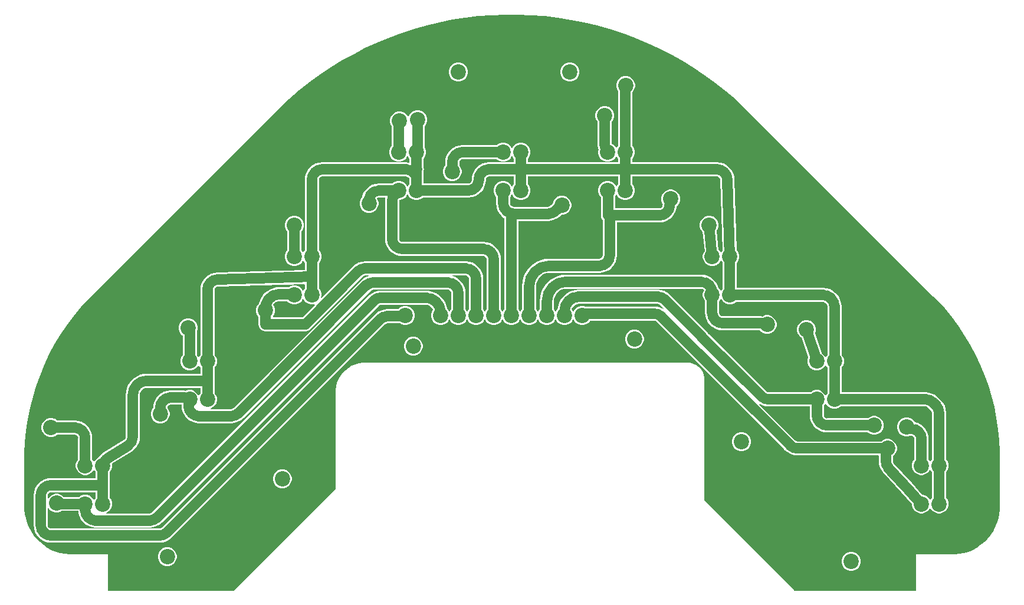
<source format=gtl>
G04*
G04 #@! TF.GenerationSoftware,Altium Limited,Altium Designer,24.5.2 (23)*
G04*
G04 Layer_Physical_Order=1*
G04 Layer_Color=255*
%FSLAX44Y44*%
%MOMM*%
G71*
G04*
G04 #@! TF.SameCoordinates,CAD91DF5-0FED-4089-A871-48339FE40D7C*
G04*
G04*
G04 #@! TF.FilePolarity,Positive*
G04*
G01*
G75*
%ADD10C,1.5000*%
%ADD11C,2.0320*%
%ADD12C,2.2000*%
G04:AMPARAMS|DCode=13|XSize=2.2mm|YSize=2.2mm|CornerRadius=0.55mm|HoleSize=0mm|Usage=FLASHONLY|Rotation=270.000|XOffset=0mm|YOffset=0mm|HoleType=Round|Shape=RoundedRectangle|*
%AMROUNDEDRECTD13*
21,1,2.2000,1.1000,0,0,270.0*
21,1,1.1000,2.2000,0,0,270.0*
1,1,1.1000,-0.5500,-0.5500*
1,1,1.1000,-0.5500,0.5500*
1,1,1.1000,0.5500,0.5500*
1,1,1.1000,0.5500,-0.5500*
%
%ADD13ROUNDEDRECTD13*%
G36*
X607374Y1274331D02*
X626386Y1272835D01*
X645326Y1270593D01*
X664163Y1267610D01*
X682868Y1263889D01*
X701413Y1259437D01*
X719768Y1254260D01*
X737906Y1248367D01*
X755799Y1241766D01*
X773419Y1234467D01*
X790739Y1226483D01*
X807732Y1217825D01*
X824372Y1208506D01*
X840633Y1198541D01*
X856491Y1187945D01*
X871920Y1176735D01*
X886897Y1164928D01*
X901399Y1152542D01*
X915404Y1139596D01*
X922147Y1132853D01*
X1184679Y870321D01*
X1184679Y870321D01*
X1190328Y864672D01*
X1201059Y852833D01*
X1211195Y840481D01*
X1220714Y827647D01*
X1229591Y814361D01*
X1237806Y800656D01*
X1245338Y786564D01*
X1252170Y772120D01*
X1258284Y757357D01*
X1263667Y742313D01*
X1268306Y727022D01*
X1272188Y711523D01*
X1275305Y695851D01*
X1277650Y680046D01*
X1279216Y664144D01*
X1280000Y648185D01*
X1280000Y640195D01*
X1280000Y568000D01*
X1280000Y568000D01*
X1280000Y564659D01*
X1279345Y558010D01*
X1278042Y551457D01*
X1276102Y545064D01*
X1273545Y538891D01*
X1270396Y532999D01*
X1266684Y527444D01*
X1262445Y522279D01*
X1257721Y517555D01*
X1252556Y513316D01*
X1247001Y509604D01*
X1241109Y506455D01*
X1234936Y503898D01*
X1228543Y501958D01*
X1221990Y500655D01*
X1215341Y500000D01*
X1212000Y500000D01*
X1160000D01*
Y448000D01*
X985830D01*
X855980Y577850D01*
X855980Y752021D01*
X855980D01*
X855980Y752021D01*
X855869Y754273D01*
X854990Y758691D01*
X853267Y762853D01*
X850764Y766599D01*
X847579Y769784D01*
X843833Y772287D01*
X839672Y774010D01*
X835254Y774889D01*
X833001Y775000D01*
X368600Y775000D01*
Y775000D01*
X365839Y774910D01*
X360365Y774189D01*
X355032Y772760D01*
X349931Y770647D01*
X345149Y767886D01*
X340769Y764525D01*
X336865Y760621D01*
X333504Y756241D01*
X330743Y751459D01*
X328630Y746358D01*
X327201Y741025D01*
X326480Y735551D01*
X326390Y732790D01*
X326390Y594360D01*
X180030Y448000D01*
X0D01*
Y500000D01*
X-52000D01*
X-55341Y500000D01*
X-61990Y500655D01*
X-68543Y501958D01*
X-74936Y503898D01*
X-81109Y506455D01*
X-87001Y509604D01*
X-92556Y513316D01*
X-97721Y517555D01*
X-102445Y522279D01*
X-106684Y527444D01*
X-110396Y532999D01*
X-113546Y538891D01*
X-116102Y545064D01*
X-118042Y551457D01*
X-119345Y558010D01*
X-120000Y564659D01*
X-120000Y568000D01*
Y636681D01*
X-120000Y644879D01*
X-119196Y661254D01*
X-117589Y677570D01*
X-115183Y693788D01*
X-111985Y709868D01*
X-108001Y725772D01*
X-103242Y741461D01*
X-97718Y756898D01*
X-91444Y772045D01*
X-84434Y786866D01*
X-76706Y801325D01*
X-68277Y815387D01*
X-59168Y829019D01*
X-49402Y842188D01*
X-39001Y854862D01*
X-27991Y867009D01*
X-22194Y872806D01*
X239577Y1134577D01*
X246238Y1141238D01*
X260073Y1154027D01*
X274400Y1166263D01*
X289195Y1177927D01*
X304438Y1189001D01*
X320103Y1199469D01*
X336167Y1209313D01*
X352605Y1218519D01*
X369392Y1227072D01*
X386502Y1234960D01*
X403908Y1242170D01*
X421584Y1248691D01*
X439502Y1254513D01*
X457636Y1259627D01*
X475956Y1264025D01*
X494434Y1267701D01*
X513042Y1270648D01*
X531752Y1272862D01*
X550535Y1274340D01*
X569361Y1275080D01*
X578781Y1275080D01*
X588317Y1275080D01*
X607374Y1274331D01*
D02*
G37*
%LPC*%
G36*
X664850Y1206070D02*
X661284D01*
X657841Y1205147D01*
X654753Y1203365D01*
X652232Y1200844D01*
X650450Y1197756D01*
X649527Y1194313D01*
Y1190747D01*
X650450Y1187304D01*
X652232Y1184216D01*
X654753Y1181695D01*
X657841Y1179913D01*
X661284Y1178990D01*
X664850D01*
X668293Y1179913D01*
X671381Y1181695D01*
X673902Y1184216D01*
X675684Y1187304D01*
X676607Y1190747D01*
Y1194313D01*
X675684Y1197756D01*
X673902Y1200844D01*
X671381Y1203365D01*
X668293Y1205147D01*
X664850Y1206070D01*
D02*
G37*
G36*
X504576D02*
X501010D01*
X497567Y1205147D01*
X494479Y1203365D01*
X491958Y1200844D01*
X490176Y1197756D01*
X489253Y1194313D01*
Y1190747D01*
X490176Y1187304D01*
X491958Y1184216D01*
X494479Y1181695D01*
X497567Y1179913D01*
X501010Y1178990D01*
X504576D01*
X508019Y1179913D01*
X511107Y1181695D01*
X513628Y1184216D01*
X515410Y1187304D01*
X516333Y1190747D01*
Y1194313D01*
X515410Y1197756D01*
X513628Y1200844D01*
X511107Y1203365D01*
X508019Y1205147D01*
X504576Y1206070D01*
D02*
G37*
G36*
X744733Y1187020D02*
X741167D01*
X737724Y1186097D01*
X734636Y1184315D01*
X732115Y1181794D01*
X730333Y1178706D01*
X729410Y1175263D01*
Y1171697D01*
X730333Y1168254D01*
X732115Y1165166D01*
X732698Y1164583D01*
Y1086647D01*
X731865Y1085814D01*
X730577Y1083583D01*
X729423D01*
X728135Y1085814D01*
X725614Y1088335D01*
X723237Y1089707D01*
Y1121278D01*
X723945Y1121986D01*
X725727Y1125074D01*
X726650Y1128517D01*
Y1132083D01*
X725727Y1135526D01*
X723945Y1138614D01*
X721424Y1141135D01*
X718336Y1142917D01*
X714893Y1143840D01*
X711328D01*
X707884Y1142917D01*
X704796Y1141135D01*
X702275Y1138614D01*
X700493Y1135526D01*
X699570Y1132083D01*
Y1128517D01*
X700493Y1125074D01*
X702275Y1121986D01*
X702983Y1121278D01*
Y1087899D01*
X702949D01*
X703432Y1082990D01*
X704134Y1080678D01*
X703760Y1079283D01*
Y1075717D01*
X704683Y1072274D01*
X706465Y1069186D01*
X708986Y1066665D01*
X712074Y1064883D01*
X715517Y1063960D01*
X719082D01*
X722526Y1064883D01*
X725614Y1066665D01*
X728135Y1069186D01*
X729423Y1071417D01*
X730577D01*
X731865Y1069186D01*
X732573Y1068478D01*
Y1062957D01*
X602827D01*
Y1068478D01*
X603535Y1069186D01*
X605317Y1072274D01*
X606240Y1075717D01*
Y1079283D01*
X605317Y1082726D01*
X603535Y1085814D01*
X601014Y1088335D01*
X597926Y1090117D01*
X594483Y1091040D01*
X590917D01*
X587474Y1090117D01*
X584386Y1088335D01*
X581865Y1085814D01*
X580577Y1083583D01*
X579423D01*
X578135Y1085814D01*
X575614Y1088335D01*
X572526Y1090117D01*
X569083Y1091040D01*
X565517D01*
X562074Y1090117D01*
X558986Y1088335D01*
X558278Y1087627D01*
X509030D01*
Y1087661D01*
X504121Y1087178D01*
X499401Y1085746D01*
X495051Y1083421D01*
X491238Y1080292D01*
X488109Y1076479D01*
X485784Y1072129D01*
X484352Y1067409D01*
X483869Y1062500D01*
X483903D01*
Y1058682D01*
X483195Y1057974D01*
X481413Y1054886D01*
X480490Y1051443D01*
Y1047878D01*
X481413Y1044434D01*
X483195Y1041346D01*
X485716Y1038825D01*
X488804Y1037043D01*
X492247Y1036120D01*
X495813D01*
X499256Y1037043D01*
X502344Y1038825D01*
X504865Y1041346D01*
X506647Y1044434D01*
X507570Y1047878D01*
Y1051443D01*
X506647Y1054886D01*
X504865Y1057974D01*
X504157Y1058682D01*
Y1062500D01*
X504135Y1062664D01*
X504477Y1064386D01*
X505546Y1065984D01*
X507144Y1067053D01*
X508866Y1067395D01*
X509030Y1067373D01*
X558278D01*
X558986Y1066665D01*
X562074Y1064883D01*
X565517Y1063960D01*
X569083D01*
X572526Y1064883D01*
X575614Y1066665D01*
X578135Y1069186D01*
X579423Y1071417D01*
X580577D01*
X581865Y1069186D01*
X582573Y1068478D01*
Y1062957D01*
X547130D01*
X547130Y1062991D01*
X546523Y1062939D01*
X546450Y1062924D01*
X546351Y1062915D01*
X546155Y1062895D01*
X546154Y1062895D01*
X542221Y1062508D01*
X537501Y1061076D01*
X533151Y1058751D01*
X529338Y1055622D01*
X526209Y1051809D01*
X523884Y1047459D01*
X522452Y1042739D01*
X521969Y1037830D01*
X521969D01*
X521928Y1036847D01*
X521683Y1035614D01*
X520614Y1034016D01*
X519016Y1032947D01*
X517294Y1032605D01*
X517130Y1032627D01*
X452827D01*
Y1049763D01*
X453012Y1050209D01*
X453357Y1052830D01*
X453012Y1055451D01*
X452827Y1055897D01*
Y1068478D01*
X453535Y1069186D01*
X455317Y1072274D01*
X456240Y1075717D01*
Y1079283D01*
X455317Y1082726D01*
X454597Y1083974D01*
X454661Y1084625D01*
X454627D01*
Y1114928D01*
X455335Y1115636D01*
X457117Y1118724D01*
X458040Y1122167D01*
Y1125733D01*
X457117Y1129176D01*
X455335Y1132264D01*
X452814Y1134785D01*
X449726Y1136567D01*
X446283Y1137490D01*
X442717D01*
X439274Y1136567D01*
X436186Y1134785D01*
X433665Y1132264D01*
X431883Y1129176D01*
X431761Y1128722D01*
X430688Y1128581D01*
X429295Y1130994D01*
X426774Y1133515D01*
X423686Y1135297D01*
X420243Y1136220D01*
X416677D01*
X413234Y1135297D01*
X410146Y1133515D01*
X407625Y1130994D01*
X405843Y1127906D01*
X404920Y1124463D01*
Y1120897D01*
X405843Y1117454D01*
X407173Y1115149D01*
Y1086522D01*
X406465Y1085814D01*
X404683Y1082726D01*
X403760Y1079283D01*
Y1075717D01*
X404683Y1072274D01*
X406465Y1069186D01*
X408986Y1066665D01*
X412074Y1064883D01*
X415517Y1063960D01*
X419083D01*
X422526Y1064883D01*
X425614Y1066665D01*
X428135Y1069186D01*
X429423Y1071417D01*
X430577D01*
X431865Y1069186D01*
X432573Y1068478D01*
Y1063256D01*
X431832Y1062584D01*
X427700Y1062991D01*
Y1062957D01*
X307700D01*
Y1062991D01*
X302791Y1062508D01*
X298071Y1061076D01*
X293721Y1058751D01*
X289908Y1055622D01*
X286779Y1051809D01*
X284454Y1047459D01*
X283022Y1042739D01*
X282539Y1037830D01*
X282573D01*
Y936522D01*
X281865Y935814D01*
X280577Y933583D01*
X279423D01*
X278135Y935814D01*
X277442Y936507D01*
Y963783D01*
X278165Y964506D01*
X279947Y967594D01*
X280870Y971037D01*
Y974603D01*
X279947Y978046D01*
X278165Y981134D01*
X275644Y983655D01*
X272556Y985437D01*
X269112Y986360D01*
X265547D01*
X262104Y985437D01*
X259016Y983655D01*
X256495Y981134D01*
X254713Y978046D01*
X253790Y974603D01*
Y971037D01*
X254713Y967594D01*
X256495Y964506D01*
X257188Y963813D01*
Y936537D01*
X256465Y935814D01*
X254683Y932726D01*
X253760Y929283D01*
Y925717D01*
X254683Y922274D01*
X256465Y919186D01*
X258986Y916665D01*
X262074Y914883D01*
X265517Y913960D01*
X269083D01*
X272526Y914883D01*
X275614Y916665D01*
X278135Y919186D01*
X279423Y921417D01*
X280577D01*
X281865Y919186D01*
X282573Y918478D01*
Y908422D01*
X156957Y904707D01*
X156521Y904637D01*
X152791Y904269D01*
X148071Y902838D01*
X143721Y900512D01*
X139908Y897383D01*
X136779Y893570D01*
X134454Y889220D01*
X133022Y884500D01*
X132539Y879592D01*
X132573D01*
Y786522D01*
X131865Y785814D01*
X130577Y783583D01*
X129423D01*
X128135Y785814D01*
X127427Y786522D01*
Y820065D01*
X127547Y820274D01*
X128470Y823717D01*
Y827283D01*
X127547Y830726D01*
X125765Y833814D01*
X123244Y836335D01*
X120156Y838117D01*
X116713Y839040D01*
X113147D01*
X109704Y838117D01*
X106616Y836335D01*
X104095Y833814D01*
X102313Y830726D01*
X101390Y827283D01*
Y823717D01*
X102313Y820274D01*
X104095Y817186D01*
X106616Y814665D01*
X107173Y814344D01*
Y786522D01*
X106465Y785814D01*
X104683Y782726D01*
X103760Y779283D01*
Y775717D01*
X104683Y772274D01*
X106465Y769186D01*
X108986Y766665D01*
X112074Y764883D01*
X115517Y763960D01*
X119083D01*
X122526Y764883D01*
X125614Y766665D01*
X128135Y769186D01*
X129423Y771417D01*
X130577D01*
X131865Y769186D01*
X132573Y768478D01*
Y759427D01*
X56880Y759426D01*
X55880Y759434D01*
Y759434D01*
X51116Y759059D01*
X46469Y757943D01*
X42054Y756114D01*
X37980Y753617D01*
X34346Y750514D01*
X31242Y746880D01*
X28745Y742806D01*
X26917Y738391D01*
X25801Y733744D01*
X25426Y728980D01*
X25433D01*
Y668808D01*
X25455Y668644D01*
X25113Y666922D01*
X24044Y665324D01*
X23115Y664703D01*
X23135Y664670D01*
X-5576Y646803D01*
X-5704Y646699D01*
X-6279Y646391D01*
X-10092Y643262D01*
X-12804Y639957D01*
X-15614Y638335D01*
X-18135Y635814D01*
X-19423Y633583D01*
X-20577D01*
X-21865Y635814D01*
X-22573Y636522D01*
Y666990D01*
X-22539D01*
X-23022Y671899D01*
X-24454Y676619D01*
X-26779Y680969D01*
X-29908Y684782D01*
X-33721Y687911D01*
X-38071Y690236D01*
X-42791Y691668D01*
X-47700Y692151D01*
Y692117D01*
X-72888D01*
X-73596Y692825D01*
X-76684Y694607D01*
X-80127Y695530D01*
X-83693D01*
X-87136Y694607D01*
X-90224Y692825D01*
X-92745Y690304D01*
X-94527Y687216D01*
X-95450Y683773D01*
Y680207D01*
X-94527Y676764D01*
X-92745Y673676D01*
X-90224Y671155D01*
X-87136Y669373D01*
X-83693Y668450D01*
X-80127D01*
X-76684Y669373D01*
X-73596Y671155D01*
X-72888Y671863D01*
X-47700D01*
X-47536Y671885D01*
X-45814Y671543D01*
X-44216Y670474D01*
X-43148Y668876D01*
X-42805Y667154D01*
X-42827Y666990D01*
Y636522D01*
X-43535Y635814D01*
X-45317Y632726D01*
X-46240Y629283D01*
Y625717D01*
X-45317Y622274D01*
X-43535Y619186D01*
X-41014Y616665D01*
X-37926Y614883D01*
X-34483Y613960D01*
X-30917D01*
X-27474Y614883D01*
X-24386Y616665D01*
X-21865Y619186D01*
X-20577Y621417D01*
X-19423D01*
X-18135Y619186D01*
X-17427Y618478D01*
Y609567D01*
X-81520D01*
Y609601D01*
X-86429Y609118D01*
X-91149Y607686D01*
X-95499Y605361D01*
X-99312Y602232D01*
X-102441Y598419D01*
X-104766Y594069D01*
X-106198Y589349D01*
X-106681Y584440D01*
X-106647D01*
Y542050D01*
X-106681D01*
X-106198Y537141D01*
X-104766Y532421D01*
X-102441Y528071D01*
X-99312Y524258D01*
X-95499Y521129D01*
X-91149Y518804D01*
X-86429Y517372D01*
X-81520Y516889D01*
Y516923D01*
X73797D01*
Y516889D01*
X78706Y517372D01*
X83426Y518804D01*
X87776Y521129D01*
X91567Y524241D01*
X91553Y524272D01*
X397625Y830344D01*
X397625Y830344D01*
Y830344D01*
X397722Y830470D01*
X399178Y831443D01*
X400899Y831785D01*
X401063Y831763D01*
X419587D01*
X421494Y830663D01*
X424937Y829740D01*
X428503D01*
X431946Y830663D01*
X435034Y832445D01*
X437555Y834966D01*
X439337Y838054D01*
X440260Y841497D01*
Y845063D01*
X439337Y848506D01*
X437555Y851594D01*
X435034Y854115D01*
X431946Y855897D01*
X428503Y856820D01*
X424937D01*
X421494Y855897D01*
X418406Y854115D01*
X416308Y852017D01*
X401063D01*
Y852051D01*
X396155Y851568D01*
X391434Y850136D01*
X387084Y847811D01*
X383286Y844694D01*
X383304Y844665D01*
X383304Y844665D01*
X77231Y538593D01*
X77136Y538469D01*
X75683Y537497D01*
X73961Y537155D01*
X73797Y537177D01*
X-81520D01*
X-81684Y537155D01*
X-83406Y537497D01*
X-85004Y538566D01*
X-86073Y540164D01*
X-86415Y541886D01*
X-86393Y542050D01*
Y566385D01*
X-85393Y566653D01*
X-84495Y565096D01*
X-81974Y562575D01*
X-78886Y560793D01*
X-75443Y559870D01*
X-71877D01*
X-68434Y560793D01*
X-65696Y562373D01*
X-42737D01*
X-42378Y558731D01*
X-40946Y554011D01*
X-38621Y549661D01*
X-35492Y545848D01*
X-31679Y542719D01*
X-27329Y540394D01*
X-22609Y538962D01*
X-17700Y538479D01*
Y538513D01*
X59827D01*
Y538479D01*
X64735Y538962D01*
X69456Y540394D01*
X73806Y542719D01*
X77597Y545831D01*
X77582Y545847D01*
X77583Y545862D01*
X388140Y856419D01*
X388847Y857126D01*
X388847Y857126D01*
Y857126D01*
X389610Y857700D01*
X390407Y858233D01*
X392129Y858575D01*
X392293Y858553D01*
X455930D01*
X456151Y858583D01*
X458912Y858219D01*
X461691Y857068D01*
X464077Y855237D01*
X465908Y852851D01*
X466536Y851335D01*
X464903Y848506D01*
X463980Y845063D01*
Y841497D01*
X464903Y838054D01*
X466685Y834966D01*
X469206Y832445D01*
X472294Y830663D01*
X475737Y829740D01*
X479303D01*
X482746Y830663D01*
X485834Y832445D01*
X488355Y834966D01*
X489643Y837197D01*
X490797D01*
X492085Y834966D01*
X494606Y832445D01*
X497694Y830663D01*
X501137Y829740D01*
X504703D01*
X508146Y830663D01*
X511234Y832445D01*
X513755Y834966D01*
X515043Y837197D01*
X516197D01*
X517485Y834966D01*
X520006Y832445D01*
X523094Y830663D01*
X526537Y829740D01*
X530103D01*
X533546Y830663D01*
X536634Y832445D01*
X539155Y834966D01*
X540443Y837197D01*
X541597D01*
X542885Y834966D01*
X545406Y832445D01*
X548494Y830663D01*
X551937Y829740D01*
X555503D01*
X558946Y830663D01*
X562034Y832445D01*
X564555Y834966D01*
X565843Y837197D01*
X566997D01*
X568285Y834966D01*
X570806Y832445D01*
X573894Y830663D01*
X577337Y829740D01*
X580903D01*
X584346Y830663D01*
X587434Y832445D01*
X589955Y834966D01*
X591243Y837197D01*
X592397D01*
X593685Y834966D01*
X596206Y832445D01*
X599294Y830663D01*
X602737Y829740D01*
X606303D01*
X609746Y830663D01*
X612834Y832445D01*
X615355Y834966D01*
X616643Y837197D01*
X617797D01*
X619085Y834966D01*
X621606Y832445D01*
X624694Y830663D01*
X628137Y829740D01*
X631703D01*
X635146Y830663D01*
X638234Y832445D01*
X640755Y834966D01*
X642043Y837197D01*
X643197D01*
X644485Y834966D01*
X647006Y832445D01*
X650094Y830663D01*
X653537Y829740D01*
X657103D01*
X660546Y830663D01*
X663634Y832445D01*
X666155Y834966D01*
X667443Y837197D01*
X668597D01*
X669885Y834966D01*
X672406Y832445D01*
X675494Y830663D01*
X678937Y829740D01*
X682503D01*
X685946Y830663D01*
X689034Y832445D01*
X691555Y834966D01*
X691974Y835693D01*
X783727D01*
X783891Y835715D01*
X785613Y835373D01*
X787066Y834401D01*
X787161Y834278D01*
X972066Y649373D01*
X972066Y649373D01*
X972042Y649348D01*
X975854Y646219D01*
X980204Y643894D01*
X984924Y642462D01*
X989833Y641979D01*
Y642013D01*
X1106003D01*
X1106696Y641292D01*
X1106455Y635177D01*
X1106476Y634949D01*
X1106402Y634189D01*
X1106885Y629281D01*
X1108317Y624561D01*
X1110642Y620211D01*
X1112567Y617864D01*
X1112958Y617302D01*
X1138290Y589393D01*
X1138913Y588707D01*
X1138913Y588697D01*
X1138888Y588674D01*
X1138932Y588625D01*
X1138962Y588652D01*
X1153760Y572350D01*
Y570717D01*
X1154683Y567274D01*
X1156465Y564186D01*
X1158986Y561665D01*
X1162074Y559883D01*
X1165517Y558960D01*
X1169082D01*
X1172526Y559883D01*
X1175614Y561665D01*
X1178135Y564186D01*
X1179423Y566417D01*
X1180577D01*
X1181865Y564186D01*
X1184386Y561665D01*
X1187474Y559883D01*
X1190917Y558960D01*
X1194482D01*
X1197926Y559883D01*
X1201014Y561665D01*
X1203535Y564186D01*
X1205317Y567274D01*
X1206240Y570717D01*
Y574283D01*
X1205317Y577726D01*
X1203535Y580814D01*
X1202827Y581522D01*
Y618478D01*
X1203535Y619186D01*
X1205317Y622274D01*
X1206240Y625717D01*
Y629283D01*
X1205317Y632726D01*
X1203535Y635814D01*
X1202827Y636522D01*
Y703547D01*
X1202861D01*
X1202378Y708456D01*
X1200946Y713176D01*
X1198621Y717526D01*
X1195504Y721324D01*
X1195504Y721324D01*
X1194773Y722008D01*
X1191506Y725275D01*
X1191506Y725275D01*
X1191505Y725285D01*
X1191524Y725304D01*
X1187726Y728421D01*
X1183376Y730746D01*
X1178655Y732178D01*
X1173747Y732661D01*
Y732627D01*
X1052827D01*
Y768478D01*
X1053535Y769186D01*
X1055317Y772274D01*
X1056240Y775717D01*
Y779283D01*
X1055317Y782726D01*
X1053535Y785814D01*
X1052827Y786522D01*
Y856200D01*
X1052861D01*
X1052378Y861109D01*
X1050946Y865829D01*
X1048621Y870179D01*
X1045503Y873977D01*
X1045485Y873959D01*
X1045475Y873959D01*
X1045475Y873959D01*
X1044159Y875275D01*
X1044159Y875275D01*
X1044159Y875285D01*
X1044177Y875304D01*
X1040379Y878421D01*
X1036029Y880746D01*
X1031309Y882178D01*
X1026400Y882661D01*
Y882627D01*
X902827D01*
Y918478D01*
X903535Y919186D01*
X905317Y922274D01*
X906240Y925717D01*
Y929283D01*
X905317Y932726D01*
X903535Y935814D01*
X902520Y936828D01*
X899112Y1038688D01*
X899025Y1039212D01*
X898678Y1042739D01*
X897246Y1047459D01*
X894921Y1051809D01*
X891792Y1055622D01*
X887979Y1058751D01*
X883629Y1061076D01*
X878909Y1062508D01*
X874046Y1062987D01*
X874046Y1062973D01*
X874027Y1062957D01*
X752827Y1062957D01*
Y1068478D01*
X753535Y1069186D01*
X755317Y1072274D01*
X756240Y1075717D01*
Y1079283D01*
X755317Y1082726D01*
X753535Y1085814D01*
X752952Y1086397D01*
Y1164333D01*
X753785Y1165166D01*
X755567Y1168254D01*
X756490Y1171697D01*
Y1175263D01*
X755567Y1178706D01*
X753785Y1181794D01*
X751264Y1184315D01*
X748176Y1186097D01*
X744733Y1187020D01*
D02*
G37*
G36*
X757433Y822530D02*
X753867D01*
X750424Y821607D01*
X747336Y819825D01*
X744815Y817304D01*
X743033Y814216D01*
X742110Y810773D01*
Y807207D01*
X743033Y803764D01*
X744815Y800676D01*
X747336Y798155D01*
X750424Y796373D01*
X753867Y795450D01*
X757433D01*
X760876Y796373D01*
X763964Y798155D01*
X766485Y800676D01*
X768267Y803764D01*
X769190Y807207D01*
Y810773D01*
X768267Y814216D01*
X766485Y817304D01*
X763964Y819825D01*
X760876Y821607D01*
X757433Y822530D01*
D02*
G37*
G36*
X439933Y812370D02*
X436367D01*
X432924Y811447D01*
X429836Y809665D01*
X427315Y807144D01*
X425533Y804056D01*
X424610Y800613D01*
Y797047D01*
X425533Y793604D01*
X427315Y790516D01*
X429836Y787995D01*
X432924Y786213D01*
X436367Y785290D01*
X439933D01*
X443376Y786213D01*
X446464Y787995D01*
X448985Y790516D01*
X450767Y793604D01*
X451690Y797047D01*
Y800613D01*
X450767Y804056D01*
X448985Y807144D01*
X446464Y809665D01*
X443376Y811447D01*
X439933Y812370D01*
D02*
G37*
G36*
X911103Y675210D02*
X907537D01*
X904094Y674287D01*
X901006Y672505D01*
X898485Y669984D01*
X896703Y666896D01*
X895780Y663453D01*
Y659887D01*
X896703Y656444D01*
X898485Y653356D01*
X901006Y650835D01*
X904094Y649053D01*
X907537Y648130D01*
X911103D01*
X914546Y649053D01*
X917634Y650835D01*
X920155Y653356D01*
X921937Y656444D01*
X922860Y659887D01*
Y663453D01*
X921937Y666896D01*
X920155Y669984D01*
X917634Y672505D01*
X914546Y674287D01*
X911103Y675210D01*
D02*
G37*
G36*
X251973Y621870D02*
X248407D01*
X244964Y620947D01*
X241876Y619165D01*
X239355Y616644D01*
X237573Y613556D01*
X236650Y610113D01*
Y606547D01*
X237573Y603104D01*
X239355Y600016D01*
X241876Y597495D01*
X244964Y595713D01*
X248407Y594790D01*
X251973D01*
X255416Y595713D01*
X258504Y597495D01*
X261025Y600016D01*
X262807Y603104D01*
X263730Y606547D01*
Y610113D01*
X262807Y613556D01*
X261025Y616644D01*
X258504Y619165D01*
X255416Y620947D01*
X251973Y621870D01*
D02*
G37*
G36*
X86873Y510110D02*
X83307D01*
X79864Y509187D01*
X76776Y507405D01*
X74255Y504884D01*
X72473Y501796D01*
X71550Y498353D01*
Y494787D01*
X72473Y491344D01*
X74255Y488256D01*
X76776Y485735D01*
X79864Y483953D01*
X83307Y483030D01*
X86873D01*
X90316Y483953D01*
X93404Y485735D01*
X95925Y488256D01*
X97707Y491344D01*
X98630Y494787D01*
Y498353D01*
X97707Y501796D01*
X95925Y504884D01*
X93404Y507405D01*
X90316Y509187D01*
X86873Y510110D01*
D02*
G37*
G36*
X1068583Y503760D02*
X1065017D01*
X1061574Y502837D01*
X1058486Y501055D01*
X1055965Y498534D01*
X1054183Y495446D01*
X1053260Y492003D01*
Y488437D01*
X1054183Y484994D01*
X1055965Y481906D01*
X1058486Y479385D01*
X1061574Y477603D01*
X1065017Y476680D01*
X1068583D01*
X1072026Y477603D01*
X1075114Y479385D01*
X1077635Y481906D01*
X1079417Y484994D01*
X1080340Y488437D01*
Y492003D01*
X1079417Y495446D01*
X1077635Y498534D01*
X1075114Y501055D01*
X1072026Y502837D01*
X1068583Y503760D01*
D02*
G37*
%LPD*%
G36*
X429586Y1042383D02*
X430384Y1041850D01*
X431146Y1041276D01*
X431146Y1041276D01*
X431238Y1041184D01*
X431411Y1041011D01*
X431411Y1041011D01*
X431411Y1041011D01*
X431885Y1040647D01*
X432573Y1040119D01*
Y1031522D01*
X431865Y1030814D01*
X430577Y1028583D01*
X429423D01*
X428135Y1030814D01*
X425614Y1033335D01*
X422526Y1035117D01*
X419083Y1036040D01*
X415517D01*
X412074Y1035117D01*
X408986Y1033335D01*
X408278Y1032627D01*
X389194D01*
X389175Y1032643D01*
X389175Y1032657D01*
X384313Y1032178D01*
X379593Y1030746D01*
X375243Y1028421D01*
X371430Y1025292D01*
X368301Y1021479D01*
X365975Y1017129D01*
X364794Y1013232D01*
X363815Y1012254D01*
X362033Y1009166D01*
X361110Y1005723D01*
Y1002158D01*
X362033Y998714D01*
X363815Y995626D01*
X366336Y993105D01*
X369424Y991323D01*
X372867Y990400D01*
X376433D01*
X379876Y991323D01*
X382964Y993105D01*
X385485Y995626D01*
X387267Y998714D01*
X388190Y1002158D01*
Y1005723D01*
X387267Y1009166D01*
X386084Y1011216D01*
X387336Y1012053D01*
X389046Y1012393D01*
X389194Y1012373D01*
X397398D01*
X397628Y1012063D01*
X397973Y1011373D01*
X397510Y1006671D01*
X397538Y1006671D01*
X397543Y1006665D01*
Y953530D01*
X397509D01*
X397992Y948621D01*
X399424Y943901D01*
X401749Y939551D01*
X404878Y935738D01*
X408691Y932609D01*
X413041Y930284D01*
X417761Y928852D01*
X422670Y928369D01*
Y928403D01*
X538720D01*
X538884Y928425D01*
X540606Y928083D01*
X542204Y927014D01*
X543273Y925416D01*
X543615Y923694D01*
X543593Y923530D01*
Y852302D01*
X542885Y851594D01*
X541597Y849363D01*
X540443D01*
X539155Y851594D01*
X538447Y852302D01*
Y895590D01*
X538481D01*
X537998Y900499D01*
X536566Y905219D01*
X534241Y909569D01*
X531112Y913382D01*
X527299Y916511D01*
X522949Y918836D01*
X518229Y920268D01*
X514295Y920655D01*
X513320Y920751D01*
X513320Y920751D01*
X512320Y920717D01*
X370433Y920717D01*
X369433Y920751D01*
Y920751D01*
X364524Y920268D01*
X359804Y918836D01*
X355454Y916511D01*
X351642Y913382D01*
X351642Y913382D01*
X350959Y912650D01*
X306634Y868326D01*
X305738Y868843D01*
X306240Y870717D01*
Y874283D01*
X305317Y877726D01*
X303535Y880814D01*
X302827Y881522D01*
Y918478D01*
X303535Y919186D01*
X305317Y922274D01*
X306240Y925717D01*
Y929283D01*
X305317Y932726D01*
X303535Y935814D01*
X302827Y936522D01*
Y1037830D01*
X302805Y1037994D01*
X303147Y1039716D01*
X304216Y1041314D01*
X305814Y1042383D01*
X307536Y1042725D01*
X307700Y1042703D01*
X427700D01*
X427864Y1042725D01*
X429586Y1042383D01*
D02*
G37*
G36*
X875886D02*
X877484Y1041314D01*
X878552Y1039716D01*
X878877Y1038084D01*
X878870Y1038011D01*
X882276Y936224D01*
X881865Y935814D01*
X880577Y933583D01*
X879423D01*
X878135Y935814D01*
X876525Y937424D01*
X873918Y964703D01*
X875587Y967594D01*
X876510Y971037D01*
Y974603D01*
X875587Y978046D01*
X873805Y981134D01*
X871284Y983655D01*
X868196Y985437D01*
X864753Y986360D01*
X861188D01*
X857744Y985437D01*
X854656Y983655D01*
X852135Y981134D01*
X850353Y978046D01*
X849430Y974603D01*
Y971037D01*
X850353Y967594D01*
X852135Y964506D01*
X853745Y962896D01*
X856352Y935617D01*
X854683Y932726D01*
X853760Y929283D01*
Y925717D01*
X854683Y922274D01*
X856465Y919186D01*
X858986Y916665D01*
X862074Y914883D01*
X865517Y913960D01*
X869082D01*
X872526Y914883D01*
X875614Y916665D01*
X878135Y919186D01*
X879423Y921417D01*
X880577D01*
X881865Y919186D01*
X882573Y918478D01*
Y881522D01*
X881865Y880814D01*
X880577Y878583D01*
X879423D01*
X878135Y880814D01*
X876377Y882571D01*
X875487Y885507D01*
X873062Y890044D01*
X869798Y894020D01*
X865822Y897284D01*
X861285Y899709D01*
X856362Y901202D01*
X851243Y901706D01*
Y901667D01*
X657862D01*
Y901697D01*
X651902Y901228D01*
X646088Y899833D01*
X640565Y897545D01*
X635467Y894421D01*
X630921Y890538D01*
X627039Y885992D01*
X623915Y880895D01*
X621627Y875372D01*
X620232Y869558D01*
X619763Y863611D01*
X619790D01*
X619793Y863607D01*
X619793Y863607D01*
X619793Y852302D01*
X619085Y851594D01*
X617797Y849363D01*
X616643D01*
X615355Y851594D01*
X614647Y852302D01*
X614647Y885206D01*
X614618Y885424D01*
X614963Y888923D01*
X616051Y892513D01*
X617820Y895821D01*
X620199Y898720D01*
X623099Y901100D01*
X626407Y902868D01*
X629997Y903957D01*
X632748Y904228D01*
X633730Y904273D01*
X633739Y904273D01*
X633755Y904273D01*
X634730Y904273D01*
X705279Y904273D01*
Y904239D01*
X710188Y904722D01*
X714908Y906154D01*
X719258Y908479D01*
X723071Y911608D01*
X726200Y915421D01*
X728525Y919771D01*
X729957Y924491D01*
X730440Y929400D01*
X730406D01*
Y976663D01*
X791381D01*
Y976629D01*
X796289Y977112D01*
X801009Y978544D01*
X805359Y980869D01*
X809172Y983998D01*
X812301Y987811D01*
X814626Y992161D01*
X816058Y996881D01*
X816162Y997932D01*
X816263Y998299D01*
X816490Y999911D01*
X818555Y1001976D01*
X820337Y1005064D01*
X821260Y1008508D01*
Y1012073D01*
X820337Y1015516D01*
X818555Y1018604D01*
X816034Y1021125D01*
X812946Y1022907D01*
X809503Y1023830D01*
X805937D01*
X802494Y1022907D01*
X799406Y1021125D01*
X796885Y1018604D01*
X795103Y1015516D01*
X794180Y1012073D01*
Y1008508D01*
X795103Y1005064D01*
X796437Y1002753D01*
X796207Y1001113D01*
X796174Y1001117D01*
X795933Y999904D01*
X794865Y998306D01*
X793266Y997237D01*
X791545Y996895D01*
X791381Y996917D01*
X727872D01*
Y1013923D01*
X728135Y1014186D01*
X729423Y1016417D01*
X730577D01*
X731865Y1014186D01*
X734386Y1011665D01*
X737474Y1009883D01*
X740917Y1008960D01*
X744482D01*
X747926Y1009883D01*
X751014Y1011665D01*
X753535Y1014186D01*
X755317Y1017274D01*
X756240Y1020717D01*
Y1024283D01*
X755317Y1027726D01*
X753535Y1030814D01*
X752827Y1031522D01*
Y1042703D01*
X874028Y1042703D01*
X874175Y1042723D01*
X875886Y1042383D01*
D02*
G37*
G36*
X732573Y1031522D02*
X731865Y1030814D01*
X730577Y1028583D01*
X729423D01*
X728135Y1030814D01*
X725614Y1033335D01*
X722526Y1035117D01*
X719082Y1036040D01*
X715517D01*
X712074Y1035117D01*
X708986Y1033335D01*
X706465Y1030814D01*
X704683Y1027726D01*
X703760Y1024283D01*
Y1020717D01*
X704683Y1017274D01*
X706465Y1014186D01*
X707618Y1013033D01*
Y989330D01*
X707771Y988168D01*
X707618Y987006D01*
X707963Y984385D01*
X708975Y981942D01*
X710153Y980408D01*
Y929400D01*
X710174Y929236D01*
X709832Y927514D01*
X708764Y925916D01*
X707165Y924847D01*
X705443Y924505D01*
X705279Y924527D01*
X634730Y924527D01*
X633730Y924561D01*
X633730Y924561D01*
X627571Y924077D01*
X621564Y922634D01*
X615856Y920270D01*
X610588Y917042D01*
X605890Y913030D01*
X601878Y908332D01*
X598650Y903064D01*
X596286Y897356D01*
X594843Y891349D01*
X594360Y885211D01*
X594389Y885211D01*
X594393Y885206D01*
X594393Y852302D01*
X593685Y851594D01*
X592397Y849363D01*
X591243D01*
X589955Y851594D01*
X589247Y852302D01*
Y978901D01*
X631420D01*
Y978866D01*
X636329Y979350D01*
X641049Y980782D01*
X645399Y983107D01*
X646709Y984182D01*
X647249Y984513D01*
X651375Y987860D01*
X653293D01*
X656736Y988783D01*
X659824Y990565D01*
X662345Y993086D01*
X664127Y996174D01*
X665050Y999617D01*
Y1003183D01*
X664127Y1006626D01*
X662345Y1009714D01*
X659824Y1012235D01*
X656736Y1014017D01*
X653293Y1014940D01*
X649727D01*
X646284Y1014017D01*
X643196Y1012235D01*
X640675Y1009714D01*
X638893Y1006626D01*
X637970Y1003183D01*
Y1003065D01*
X634490Y1000243D01*
X634478Y1000258D01*
X633306Y999475D01*
X631585Y999132D01*
X631420Y999154D01*
X582300D01*
X582136Y999132D01*
X580414Y999475D01*
X578816Y1000543D01*
X577747Y1002142D01*
X577407Y1003852D01*
X577427Y1004000D01*
Y1013478D01*
X578135Y1014186D01*
X579423Y1016417D01*
X580577D01*
X581865Y1014186D01*
X584386Y1011665D01*
X587474Y1009883D01*
X590917Y1008960D01*
X594483D01*
X597926Y1009883D01*
X601014Y1011665D01*
X603535Y1014186D01*
X605317Y1017274D01*
X606240Y1020717D01*
Y1024283D01*
X605317Y1027726D01*
X603535Y1030814D01*
X602827Y1031522D01*
Y1042703D01*
X732573D01*
Y1031522D01*
D02*
G37*
G36*
X547130Y1042703D02*
X582573D01*
Y1031522D01*
X581865Y1030814D01*
X580577Y1028583D01*
X579423D01*
X578135Y1030814D01*
X575614Y1033335D01*
X572526Y1035117D01*
X569083Y1036040D01*
X565517D01*
X562074Y1035117D01*
X558986Y1033335D01*
X556465Y1030814D01*
X554683Y1027726D01*
X553760Y1024283D01*
Y1020717D01*
X554683Y1017274D01*
X556465Y1014186D01*
X557173Y1013478D01*
Y1004000D01*
X557157Y1003981D01*
X557143Y1003981D01*
X557622Y999119D01*
X559054Y994399D01*
X561379Y990049D01*
X564508Y986236D01*
X568321Y983107D01*
X568993Y982747D01*
Y852302D01*
X568285Y851594D01*
X566997Y849363D01*
X565843D01*
X564555Y851594D01*
X563847Y852302D01*
Y923530D01*
X563881D01*
X563398Y928439D01*
X561966Y933159D01*
X559641Y937509D01*
X556512Y941322D01*
X552699Y944451D01*
X548349Y946776D01*
X543629Y948208D01*
X538720Y948691D01*
Y948657D01*
X422670D01*
X422506Y948635D01*
X420784Y948977D01*
X419185Y950046D01*
X418117Y951644D01*
X417775Y953366D01*
X417797Y953530D01*
Y1006665D01*
X417776Y1006825D01*
X418117Y1008542D01*
X418396Y1008960D01*
X419083D01*
X422526Y1009883D01*
X425614Y1011665D01*
X428135Y1014186D01*
X429423Y1016417D01*
X430577D01*
X431865Y1014186D01*
X434386Y1011665D01*
X437474Y1009883D01*
X440917Y1008960D01*
X444483D01*
X447926Y1009883D01*
X451014Y1011665D01*
X451722Y1012373D01*
X517130D01*
Y1012339D01*
X522039Y1012822D01*
X526759Y1014254D01*
X531109Y1016579D01*
X534922Y1019708D01*
X538051Y1023521D01*
X540376Y1027871D01*
X541808Y1032591D01*
X542291Y1037500D01*
X542291D01*
X542332Y1038483D01*
X542577Y1039716D01*
X543646Y1041314D01*
X545244Y1042383D01*
X546966Y1042725D01*
X547130Y1042703D01*
D02*
G37*
G36*
X489806Y879823D02*
X491404Y878754D01*
X492473Y877156D01*
X492815Y875434D01*
X492793Y875270D01*
Y852302D01*
X492085Y851594D01*
X490797Y849363D01*
X489643D01*
X488355Y851594D01*
X487069Y852880D01*
X486105Y856894D01*
X484200Y861494D01*
X481598Y865739D01*
X478365Y869525D01*
X474579Y872758D01*
X470334Y875360D01*
X465734Y877265D01*
X460893Y878427D01*
X455930Y878818D01*
Y878807D01*
X392293D01*
Y878841D01*
X387384Y878358D01*
X382664Y876926D01*
X378314Y874601D01*
X374501Y871472D01*
X374526Y871447D01*
X63261Y560183D01*
X63166Y560059D01*
X61713Y559087D01*
X59991Y558745D01*
X59827Y558767D01*
X-2375D01*
X-2507Y559767D01*
X-2074Y559883D01*
X1014Y561665D01*
X3535Y564186D01*
X5317Y567274D01*
X6240Y570717D01*
Y574283D01*
X5317Y577726D01*
X3535Y580814D01*
X2827Y581522D01*
Y599440D01*
Y618478D01*
X3535Y619186D01*
X5317Y622274D01*
X6240Y625717D01*
Y629283D01*
X6006Y630156D01*
X33836Y647475D01*
X33963Y647580D01*
X34539Y647887D01*
X38352Y651016D01*
X41481Y654829D01*
X43806Y659179D01*
X45238Y663899D01*
X45721Y668808D01*
X45687D01*
X45687Y668808D01*
Y728980D01*
X45663Y729159D01*
X45988Y731630D01*
X47011Y734100D01*
X48639Y736221D01*
X50760Y737849D01*
X53229Y738872D01*
X54913Y739093D01*
X55880Y739173D01*
X55889Y739173D01*
X55904Y739173D01*
X56880Y739173D01*
X132573Y739173D01*
Y731522D01*
X131865Y730814D01*
X130577Y728583D01*
X129423D01*
X128135Y730814D01*
X125614Y733335D01*
X122526Y735117D01*
X119083Y736040D01*
X115517D01*
X112074Y735117D01*
X111907Y735021D01*
X108804Y735327D01*
X108804Y735313D01*
X108785Y735297D01*
X89930D01*
Y735331D01*
X85021Y734848D01*
X80301Y733416D01*
X75951Y731091D01*
X72138Y727962D01*
X69009Y724149D01*
X66684Y719799D01*
X65252Y715079D01*
X64823Y710722D01*
X64095Y709994D01*
X62313Y706906D01*
X61390Y703463D01*
Y699898D01*
X62313Y696454D01*
X64095Y693366D01*
X66616Y690845D01*
X69704Y689063D01*
X73147Y688140D01*
X76713D01*
X80156Y689063D01*
X83244Y690845D01*
X85765Y693366D01*
X87547Y696454D01*
X88470Y699898D01*
Y703463D01*
X87547Y706906D01*
X85765Y709994D01*
X85100Y710659D01*
X85377Y712056D01*
X86446Y713654D01*
X88044Y714723D01*
X89766Y715065D01*
X89930Y715043D01*
X105443D01*
Y713500D01*
X105409D01*
X105892Y708591D01*
X107324Y703871D01*
X109649Y699521D01*
X112778Y695708D01*
X116591Y692579D01*
X120941Y690254D01*
X125661Y688822D01*
X130570Y688339D01*
Y688373D01*
X176667D01*
Y688339D01*
X181576Y688822D01*
X186296Y690254D01*
X190646Y692579D01*
X194438Y695691D01*
X194422Y695707D01*
X194423Y695722D01*
X377417Y878716D01*
X377518Y878848D01*
X378977Y879823D01*
X380699Y880165D01*
X380863Y880143D01*
X487920D01*
X488084Y880165D01*
X489806Y879823D01*
D02*
G37*
G36*
X369433Y900463D02*
X374210D01*
X374358Y899463D01*
X371234Y898516D01*
X366884Y896191D01*
X363072Y893062D01*
X363096Y893037D01*
X180102Y710043D01*
X180006Y709919D01*
X178553Y708947D01*
X176831Y708605D01*
X176667Y708627D01*
X147102D01*
X146970Y709627D01*
X147926Y709883D01*
X151014Y711665D01*
X153535Y714186D01*
X155317Y717274D01*
X156240Y720717D01*
Y724283D01*
X155317Y727726D01*
X153535Y730814D01*
X152827Y731522D01*
Y746510D01*
Y768478D01*
X153535Y769186D01*
X155317Y772274D01*
X156240Y775717D01*
Y779283D01*
X155317Y782726D01*
X153535Y785814D01*
X152827Y786522D01*
Y879592D01*
X152805Y879756D01*
X153147Y881477D01*
X154216Y883076D01*
X155814Y884144D01*
X157463Y884472D01*
X157556Y884463D01*
X281856Y888139D01*
X282573Y887442D01*
Y881522D01*
X281865Y880814D01*
X280577Y878583D01*
X279423D01*
X278135Y880814D01*
X275614Y883335D01*
X272526Y885117D01*
X269083Y886040D01*
X265517D01*
X262074Y885117D01*
X259942Y883887D01*
X259406D01*
X259392Y883885D01*
X259378Y883887D01*
X247348D01*
X246351Y883890D01*
X246350Y883890D01*
Y883890D01*
X241606Y883517D01*
X236923Y882393D01*
X232473Y880549D01*
X228367Y878033D01*
X224704Y874905D01*
X221577Y871243D01*
X219060Y867137D01*
X217217Y862687D01*
X216550Y859909D01*
X215225Y858584D01*
X213443Y855496D01*
X212520Y852053D01*
Y848487D01*
X213443Y845044D01*
X215225Y841956D01*
X215933Y841248D01*
Y830580D01*
X216278Y827959D01*
X217290Y825517D01*
X218899Y823419D01*
X220997Y821810D01*
X223439Y820798D01*
X226060Y820453D01*
X283210D01*
X283210Y820453D01*
X285831Y820798D01*
X288273Y821810D01*
X290371Y823419D01*
X365987Y899036D01*
X366088Y899167D01*
X367547Y900143D01*
X369269Y900485D01*
X369433Y900463D01*
D02*
G37*
G36*
X281865Y864186D02*
X284386Y861665D01*
X287474Y859883D01*
X290917Y858960D01*
X294483D01*
X296357Y859462D01*
X296874Y858566D01*
X279015Y840707D01*
X237059D01*
X236645Y841707D01*
X236895Y841956D01*
X238677Y845044D01*
X239600Y848487D01*
Y852053D01*
X238677Y855496D01*
X237183Y858085D01*
X237331Y858443D01*
X238997Y860613D01*
X241167Y862279D01*
X243694Y863326D01*
X246201Y863655D01*
X246369Y863633D01*
X257018D01*
X258986Y861665D01*
X262074Y859883D01*
X265517Y858960D01*
X269083D01*
X272526Y859883D01*
X275614Y861665D01*
X278135Y864186D01*
X279423Y866417D01*
X280577D01*
X281865Y864186D01*
D02*
G37*
G36*
X675640Y859823D02*
X788807D01*
X788971Y859845D01*
X790693Y859503D01*
X792152Y858528D01*
X792253Y858396D01*
X797853Y852796D01*
X797251Y851984D01*
X793356Y854066D01*
X788635Y855498D01*
X783727Y855981D01*
Y855947D01*
X689072D01*
Y855981D01*
X686278Y855706D01*
X685946Y855897D01*
X682503Y856820D01*
X678937D01*
X675494Y855897D01*
X672406Y854115D01*
X669885Y851594D01*
X668597Y849363D01*
X667443D01*
X666155Y851594D01*
X665716Y852033D01*
X665748Y852281D01*
X666771Y854750D01*
X668399Y856871D01*
X670520Y858499D01*
X672990Y859522D01*
X675461Y859847D01*
X675640Y859823D01*
D02*
G37*
G36*
X515206Y900143D02*
X516804Y899074D01*
X517873Y897476D01*
X518215Y895754D01*
X518193Y895590D01*
Y852302D01*
X517485Y851594D01*
X516197Y849363D01*
X515043D01*
X513755Y851594D01*
X513047Y852302D01*
Y875270D01*
X513081D01*
X512598Y880179D01*
X511166Y884899D01*
X508841Y889249D01*
X505712Y893062D01*
X501899Y896191D01*
X497549Y898516D01*
X494425Y899463D01*
X494574Y900463D01*
X513320D01*
X513484Y900485D01*
X515206Y900143D01*
D02*
G37*
G36*
X853548Y881030D02*
X855502Y879725D01*
X855682Y879456D01*
X854683Y877726D01*
X853760Y874283D01*
Y870717D01*
X854683Y867274D01*
X856465Y864186D01*
X857173Y863478D01*
Y846850D01*
X857139D01*
X857622Y841941D01*
X859054Y837221D01*
X861379Y832871D01*
X864508Y829058D01*
X868321Y825929D01*
X872671Y823604D01*
X877391Y822172D01*
X882300Y821689D01*
Y821723D01*
X935265D01*
X935315Y821636D01*
X937836Y819115D01*
X940924Y817333D01*
X944367Y816410D01*
X947933D01*
X951376Y817333D01*
X954464Y819115D01*
X956985Y821636D01*
X958767Y824724D01*
X959690Y828167D01*
Y831733D01*
X958767Y835176D01*
X956985Y838264D01*
X954464Y840785D01*
X951376Y842567D01*
X947933Y843490D01*
X944367D01*
X940924Y842567D01*
X939518Y841756D01*
X936974Y842007D01*
X936974Y841993D01*
X936955Y841977D01*
X882300D01*
X882136Y841955D01*
X880414Y842297D01*
X878816Y843366D01*
X877747Y844964D01*
X877405Y846686D01*
X877427Y846850D01*
Y863478D01*
X878135Y864186D01*
X879423Y866417D01*
X880577D01*
X881865Y864186D01*
X884386Y861665D01*
X887474Y859883D01*
X890917Y858960D01*
X894482D01*
X897926Y859883D01*
X901014Y861665D01*
X901722Y862373D01*
X1026400D01*
X1026564Y862395D01*
X1028286Y862053D01*
X1029741Y861080D01*
X1029838Y860954D01*
X1031154Y859638D01*
X1031280Y859541D01*
X1032253Y858086D01*
X1032595Y856365D01*
X1032573Y856200D01*
Y786522D01*
X1031865Y785814D01*
X1030577Y783583D01*
X1029423D01*
X1028135Y785814D01*
X1025614Y788335D01*
X1024186Y789159D01*
X1015096Y817403D01*
X1015287Y817734D01*
X1016210Y821177D01*
Y824743D01*
X1015287Y828186D01*
X1013505Y831274D01*
X1010984Y833795D01*
X1007896Y835577D01*
X1004453Y836500D01*
X1000888D01*
X997444Y835577D01*
X994356Y833795D01*
X991835Y831274D01*
X990053Y828186D01*
X989130Y824743D01*
Y821177D01*
X990053Y817734D01*
X991835Y814646D01*
X994356Y812125D01*
X995784Y811301D01*
X1004874Y783057D01*
X1004683Y782726D01*
X1003760Y779283D01*
Y775717D01*
X1004683Y772274D01*
X1006465Y769186D01*
X1008986Y766665D01*
X1012074Y764883D01*
X1015517Y763960D01*
X1019082D01*
X1022526Y764883D01*
X1025614Y766665D01*
X1028135Y769186D01*
X1029423Y771417D01*
X1030577D01*
X1031865Y769186D01*
X1032573Y768478D01*
Y731522D01*
X1031865Y730814D01*
X1030577Y728583D01*
X1029423D01*
X1028135Y730814D01*
X1025614Y733335D01*
X1022526Y735117D01*
X1019082Y736040D01*
X1015517D01*
X1012074Y735117D01*
X1008986Y733335D01*
X1008278Y732627D01*
X948612D01*
X948471Y732608D01*
X946765Y732947D01*
X945329Y733907D01*
X945249Y734010D01*
X861892Y816668D01*
X861765Y816765D01*
X860903Y817889D01*
X860866Y817863D01*
X858072Y821268D01*
X858047Y821244D01*
X858047Y821244D01*
X806574Y872717D01*
X806574Y872717D01*
X806598Y872742D01*
X802786Y875871D01*
X798436Y878196D01*
X793716Y879628D01*
X788807Y880111D01*
Y880077D01*
X675640D01*
Y880084D01*
X670876Y879709D01*
X666229Y878593D01*
X661814Y876765D01*
X657740Y874268D01*
X654106Y871164D01*
X651002Y867530D01*
X648505Y863456D01*
X646677Y859041D01*
X645561Y854394D01*
X645414Y852522D01*
X644485Y851594D01*
X643197Y849363D01*
X642043D01*
X640755Y851594D01*
X640047Y852302D01*
X640047Y863607D01*
X640021Y863802D01*
X640344Y867083D01*
X641360Y870433D01*
X643011Y873521D01*
X645232Y876228D01*
X647939Y878449D01*
X651027Y880099D01*
X654377Y881116D01*
X656883Y881363D01*
X657862Y881413D01*
Y881413D01*
X851243D01*
X851471Y881443D01*
X853548Y881030D01*
D02*
G37*
G36*
X1031865Y714186D02*
X1034386Y711665D01*
X1037474Y709883D01*
X1040917Y708960D01*
X1044482D01*
X1047926Y709883D01*
X1051014Y711665D01*
X1051722Y712373D01*
X1173747D01*
X1173911Y712395D01*
X1175633Y712053D01*
X1177088Y711080D01*
X1177185Y710954D01*
X1181154Y706985D01*
X1181280Y706888D01*
X1182253Y705433D01*
X1182595Y703711D01*
X1182573Y703547D01*
Y636522D01*
X1181865Y635814D01*
X1180577Y633583D01*
X1179423D01*
X1178135Y635814D01*
X1177601Y636348D01*
X1177944Y653968D01*
X1177954Y654473D01*
X1177993Y654962D01*
X1177959D01*
Y665440D01*
X1177993D01*
X1177510Y670349D01*
X1176078Y675069D01*
X1173753Y679419D01*
X1170623Y683232D01*
X1166811Y686361D01*
X1162461Y688686D01*
X1157880Y690075D01*
X1157015Y691574D01*
X1154494Y694095D01*
X1151406Y695877D01*
X1147963Y696800D01*
X1144398D01*
X1140954Y695877D01*
X1137866Y694095D01*
X1135345Y691574D01*
X1133563Y688486D01*
X1132640Y685043D01*
Y681477D01*
X1133563Y678034D01*
X1135345Y674946D01*
X1137866Y672425D01*
X1140954Y670643D01*
X1144398Y669720D01*
X1147963D01*
X1151052Y670548D01*
X1152832Y670313D01*
Y670313D01*
X1152885Y670357D01*
X1154718Y669993D01*
X1156316Y668924D01*
X1157384Y667326D01*
X1157727Y665604D01*
X1157705Y665440D01*
Y654962D01*
X1157711Y654915D01*
X1157704Y654867D01*
X1157350Y636699D01*
X1156465Y635814D01*
X1154683Y632726D01*
X1153760Y629283D01*
Y625717D01*
X1154683Y622274D01*
X1156465Y619186D01*
X1158986Y616665D01*
X1162074Y614883D01*
X1165517Y613960D01*
X1169082D01*
X1172526Y614883D01*
X1175614Y616665D01*
X1178135Y619186D01*
X1179423Y621417D01*
X1180577D01*
X1181865Y619186D01*
X1182573Y618478D01*
Y581522D01*
X1181865Y580814D01*
X1180577Y578583D01*
X1179423D01*
X1178135Y580814D01*
X1175614Y583335D01*
X1172526Y585117D01*
X1169082Y586040D01*
X1168686D01*
X1153959Y602265D01*
X1153931Y602289D01*
X1153910Y602319D01*
X1127954Y630914D01*
X1127918Y630944D01*
X1127010Y632304D01*
X1126648Y634122D01*
X1126693Y634381D01*
X1126960Y641176D01*
X1127184Y641305D01*
X1129705Y643826D01*
X1131487Y646914D01*
X1132410Y650357D01*
Y653923D01*
X1131487Y657366D01*
X1129705Y660454D01*
X1127184Y662975D01*
X1124096Y664757D01*
X1120653Y665680D01*
X1117087D01*
X1113644Y664757D01*
X1110556Y662975D01*
X1109848Y662266D01*
X989833D01*
X989669Y662245D01*
X987947Y662587D01*
X986488Y663562D01*
X986387Y663694D01*
X934594Y715487D01*
X935197Y716299D01*
X939022Y714254D01*
X943742Y712822D01*
X948585Y712345D01*
X948585Y712350D01*
X948612Y712373D01*
X1007173D01*
Y700170D01*
X1007139D01*
X1007622Y695261D01*
X1009054Y690541D01*
X1011379Y686191D01*
X1014508Y682378D01*
X1018321Y679249D01*
X1022671Y676924D01*
X1027391Y675492D01*
X1032300Y675009D01*
Y675043D01*
X1090798D01*
X1091506Y674335D01*
X1094594Y672553D01*
X1098037Y671630D01*
X1101603D01*
X1105046Y672553D01*
X1108134Y674335D01*
X1110655Y676856D01*
X1112437Y679944D01*
X1113360Y683388D01*
Y686953D01*
X1112437Y690396D01*
X1110655Y693484D01*
X1108134Y696005D01*
X1105046Y697787D01*
X1101603Y698710D01*
X1098037D01*
X1094594Y697787D01*
X1091506Y696005D01*
X1090798Y695297D01*
X1032300D01*
X1032136Y695275D01*
X1030414Y695618D01*
X1028816Y696686D01*
X1027747Y698284D01*
X1027405Y700006D01*
X1027427Y700170D01*
Y713478D01*
X1028135Y714186D01*
X1029423Y716417D01*
X1030577D01*
X1031865Y714186D01*
D02*
G37*
G36*
X-81520Y589313D02*
X-17427D01*
Y581522D01*
X-18135Y580814D01*
X-19423Y578583D01*
X-20577D01*
X-21865Y580814D01*
X-24386Y583335D01*
X-27474Y585117D01*
X-30917Y586040D01*
X-34483D01*
X-37926Y585117D01*
X-41014Y583335D01*
X-41722Y582627D01*
X-63728D01*
X-65346Y584245D01*
X-68434Y586027D01*
X-71877Y586950D01*
X-75443D01*
X-78886Y586027D01*
X-81974Y584245D01*
X-84495Y581724D01*
X-85393Y580167D01*
X-86393Y580435D01*
Y584440D01*
X-86415Y584604D01*
X-86073Y586326D01*
X-85004Y587924D01*
X-83406Y588993D01*
X-81684Y589335D01*
X-81520Y589313D01*
D02*
G37*
D10*
X547130Y1052830D02*
G03*
X532130Y1037830I0J-15000D01*
G01*
X517130Y1022500D02*
G03*
X532130Y1037500I0J15000D01*
G01*
X888991Y1038349D02*
G03*
X874028Y1052830I-14991J-519D01*
G01*
X442700Y1077500D02*
G03*
X444500Y1084625I-13200J7125D01*
G01*
X1184345Y718114D02*
G03*
X1173747Y722500I-10599J-10615D01*
G01*
X1192700Y703547D02*
G03*
X1188315Y714146I-15000J0D01*
G01*
X1036999Y868114D02*
G03*
X1026400Y872500I-10599J-10615D01*
G01*
X1042700Y856200D02*
G03*
X1038315Y866799I-15000J0D01*
G01*
X438307Y1048437D02*
G03*
X427700Y1052830I-10607J-10607D01*
G01*
X307700D02*
G03*
X292700Y1037830I0J-15000D01*
G01*
X401063Y841890D02*
G03*
X390465Y837505I0J-15000D01*
G01*
X292682Y898590D02*
G03*
X292623Y898588I406J-14994D01*
G01*
X157256Y894585D02*
G03*
X142700Y879592I443J-14993D01*
G01*
X133436Y749300D02*
G03*
X133350Y749300I-103J-15000D01*
G01*
X142700Y746510D02*
G03*
X133436Y749300I-9382J-14381D01*
G01*
X55880Y749300D02*
G03*
X35560Y728980I0J-20320D01*
G01*
X73797Y527050D02*
G03*
X84392Y531432I-0J15000D01*
G01*
X-225Y638206D02*
G03*
X-6761Y629457I7925J-12735D01*
G01*
X-81520Y599440D02*
G03*
X-96520Y584440I0J-15000D01*
G01*
Y542050D02*
G03*
X-81520Y527050I15000J0D01*
G01*
X509030Y1077500D02*
G03*
X494030Y1062500I0J-15000D01*
G01*
X1116574Y634779D02*
G03*
X1120456Y624108I14988J-590D01*
G01*
X1146461Y595458D02*
G03*
X1146411Y595513I-73506J-66721D01*
G01*
X1118870Y652140D02*
G03*
X1116995Y645480I13112J-7285D01*
G01*
X979227Y656533D02*
G03*
X989833Y652140I10607J10607D01*
G01*
X1167282Y572520D02*
G03*
X1167300Y572500I11107J10082D01*
G01*
X1017300Y700170D02*
G03*
X1032300Y685170I15000J0D01*
G01*
X794322Y841438D02*
G03*
X783727Y845820I-10595J-10618D01*
G01*
X938118Y726820D02*
G03*
X948612Y722500I10532J10680D01*
G01*
X852590Y812048D02*
G03*
X854762Y809478I15489J10883D01*
G01*
X852590Y812048D02*
G03*
X850887Y814083I-12310J-8571D01*
G01*
X791381Y986790D02*
G03*
X806235Y999706I0J15000D01*
G01*
X705279Y914400D02*
G03*
X720279Y929400I0J15000D01*
G01*
X717745Y987006D02*
G03*
X720279Y986790I2534J14784D01*
G01*
X649349Y999256D02*
G03*
X651510Y1001400I-9430J11665D01*
G01*
X631420Y989027D02*
G03*
X640869Y992378I0J15000D01*
G01*
X567300Y1004000D02*
G03*
X582300Y989027I15000J28D01*
G01*
X633730Y914400D02*
G03*
X604520Y885206I0J-29210D01*
G01*
X867300Y846850D02*
G03*
X882300Y831850I15000J0D01*
G01*
X946150Y828680D02*
G03*
X936955Y831850I-9222J-11830D01*
G01*
X246369Y873760D02*
G03*
X226060Y850270I38J-20557D01*
G01*
X867209Y873595D02*
G03*
X867142Y872529I9973J-1155D01*
G01*
X867209Y873595D02*
G03*
X851243Y891540I-15966J1870D01*
G01*
X657862D02*
G03*
X629920Y863607I0J-27942D01*
G01*
X477520Y847090D02*
G03*
X455930Y868680I-21590J0D01*
G01*
X392293D02*
G03*
X381687Y864287I0J-15000D01*
G01*
X799413Y865557D02*
G03*
X788807Y869950I-10607J-10607D01*
G01*
X689072Y845820D02*
G03*
X680720Y843280I0J-15000D01*
G01*
X59827Y548640D02*
G03*
X70422Y553022I-0J15000D01*
G01*
X380863Y890270D02*
G03*
X370257Y885877I0J-15000D01*
G01*
X176667Y698500D02*
G03*
X187262Y702882I-0J15000D01*
G01*
X675640Y869950D02*
G03*
X655320Y849630I0J-20320D01*
G01*
X553720Y923530D02*
G03*
X538720Y938530I-15000J0D01*
G01*
X407670Y953530D02*
G03*
X422670Y938530I15000J0D01*
G01*
X369433Y910590D02*
G03*
X358827Y906197I0J-15000D01*
G01*
X528320Y895590D02*
G03*
X513320Y910590I-15000J0D01*
G01*
X412055Y1017255D02*
G03*
X407670Y1006665I10615J-10599D01*
G01*
X502920Y875270D02*
G03*
X487920Y890270I-15000J0D01*
G01*
X117292Y722484D02*
G03*
X115570Y715534I13278J-6978D01*
G01*
Y713500D02*
G03*
X130570Y698500I15000J0D01*
G01*
X89930Y725170D02*
G03*
X74930Y710170I0J-15000D01*
G01*
X117300Y722500D02*
G03*
X108785Y725170I-8542J-12330D01*
G01*
X267300Y872500D02*
G03*
X261282Y873760I-6018J-13740D01*
G01*
X259378Y873760D02*
G03*
X259406Y873760I0J15000D01*
G01*
X-32700Y563640D02*
G03*
X-17700Y548640I15000J0D01*
G01*
X1167832Y665440D02*
G03*
X1152832Y680440I-15000J0D01*
G01*
X1167829Y654670D02*
G03*
X1167832Y654962I-14997J292D01*
G01*
X1002670Y822960D02*
G03*
X1002677Y822938I14286J4573D01*
G01*
X1017293Y777522D02*
G03*
X1017300Y777500I14279J4595D01*
G01*
X867299Y927509D02*
G03*
X867300Y927500I14932J1427D01*
G01*
X862970Y972820D02*
G03*
X862972Y972800I9996J935D01*
G01*
X713110Y1087899D02*
G03*
X717300Y1077500I15000J0D01*
G01*
X389194Y1022500D02*
G03*
X374650Y1003940I28J-15000D01*
G01*
X28485Y656073D02*
G03*
X35560Y668808I-7925J12735D01*
G01*
X-32700Y666990D02*
G03*
X-47700Y681990I-15000J0D01*
G01*
X547130Y1052830D02*
X592700D01*
X442700Y1022500D02*
Y1048437D01*
Y1052300D01*
Y1022500D02*
X517130D01*
X532130Y1037500D02*
Y1037830D01*
X547130Y1052830D02*
X547130Y1052830D01*
X874026Y1052830D02*
X874028D01*
X742700Y1052830D02*
X874026Y1052830D01*
X442700Y1077500D02*
Y1077500D01*
Y1052300D02*
Y1077500D01*
X1042700Y722500D02*
X1173747D01*
X1042700Y777500D02*
Y856200D01*
X1192700Y627500D02*
Y703547D01*
X892700Y872500D02*
X1026400D01*
X307700Y1052830D02*
X427700D01*
X401063Y841890D02*
X425330D01*
X292700Y927500D02*
Y1037830D01*
X292682Y898590D02*
X292700Y898591D01*
X142700Y777500D02*
Y879592D01*
Y746510D02*
Y777500D01*
Y746510D02*
Y746510D01*
X55880Y749300D02*
X55907Y749300D01*
X142700Y722500D02*
Y746510D01*
X35560Y668808D02*
Y728980D01*
X390465Y837505D02*
X390465Y837505D01*
X84392Y531432D02*
X390465Y837505D01*
X84392Y531432D02*
X84392Y531432D01*
X-81520Y527050D02*
X73797D01*
X73797D01*
X35560Y728980D02*
Y728980D01*
X-7300Y627500D02*
X-6761Y629457D01*
X-81520Y599440D02*
X-7300D01*
X-96520Y542050D02*
Y584440D01*
X1192700Y572500D02*
Y627500D01*
X292700Y872500D02*
Y927500D01*
X509030Y1077500D02*
X567300D01*
X494030Y1049660D02*
Y1062500D01*
X1184345Y718114D02*
X1188315Y714146D01*
X1042700Y722500D02*
Y777500D01*
X1146461Y595458D02*
X1167300Y572500D01*
X1120456Y624108D02*
X1146411Y595513D01*
X1167282Y572520D02*
X1167300Y572500D01*
X1116574Y634779D02*
X1116995Y645480D01*
X1118870Y652140D02*
X1118870Y652140D01*
X794322Y841438D02*
X979227Y656533D01*
X989833Y652140D02*
X1118870D01*
X1032300Y685170D02*
X1099820D01*
X1017300Y700170D02*
Y722500D01*
X948612D02*
X1017300D01*
X689072Y845820D02*
X783727D01*
X854762Y809478D02*
X938118Y726820D01*
X852590Y812048D02*
X852590Y812048D01*
X806235Y999706D02*
X807720Y1010290D01*
X720279Y986790D02*
X791381D01*
X720279Y929400D02*
Y986790D01*
X633758Y914400D02*
X705279Y914400D01*
X717745Y989330D02*
Y1022055D01*
X640869Y992378D02*
X649349Y999256D01*
X582300Y989027D02*
X631420D01*
X567300Y1004000D02*
Y1022500D01*
X582300Y989027D02*
X582300Y989027D01*
X579120Y843280D02*
Y987837D01*
X604520Y885206D02*
X604520Y843280D01*
X633730Y914400D02*
X633758Y914400D01*
X888991Y1038349D02*
X892700Y927500D01*
X882300Y831850D02*
X936955D01*
X867300Y846850D02*
Y872500D01*
X283210Y830580D02*
X358827Y906197D01*
X226060Y830580D02*
Y850270D01*
Y830580D02*
X283210D01*
X265494Y869748D02*
X265503Y869760D01*
X267300Y872500D01*
X657862Y891540D02*
X851243D01*
X392293Y868680D02*
X455930D01*
X675640Y869950D02*
X788807D01*
X799413Y865557D02*
X850887Y814083D01*
X425330Y842554D02*
X426720Y843280D01*
X70422Y553022D02*
X381687Y864287D01*
X-17700Y548640D02*
X59827D01*
X380863Y890270D02*
X487920D01*
X130570Y698500D02*
X176667D01*
X187262Y702882D02*
X370257Y885877D01*
X425330Y841890D02*
X426720Y843280D01*
X-7300Y599440D02*
Y627500D01*
Y572500D02*
Y599440D01*
X629920Y863607D02*
X629920Y843280D01*
X655320D02*
Y849630D01*
X553720Y843280D02*
Y923530D01*
X528320Y843280D02*
Y895590D01*
X502920Y843280D02*
Y875270D01*
X407670Y953530D02*
Y1006665D01*
X422670Y938530D02*
X538720D01*
X369433Y910590D02*
X513320Y910590D01*
X412055Y1017255D02*
X417300Y1022500D01*
X389194D02*
X417300D01*
X117292Y722484D02*
X117300Y722500D01*
X115570Y713500D02*
Y715534D01*
X89930Y725170D02*
X108785D01*
X74930Y701680D02*
Y710170D01*
X260939Y873760D02*
X261282D01*
X246369Y873760D02*
X259378D01*
X259406Y873760D02*
X260939D01*
X157256Y894585D02*
X292623Y898588D01*
X-32700Y563640D02*
Y572500D01*
X1036999Y868114D02*
X1038315Y866799D01*
X438307Y1048437D02*
X438572Y1048172D01*
X1167832Y654962D02*
Y665440D01*
X1167300Y627500D02*
X1167829Y654670D01*
X1002677Y822938D02*
X1017293Y777522D01*
X1002670Y822960D02*
Y822960D01*
X862972Y972800D02*
X867299Y927509D01*
X867300Y927500D02*
X867300Y927500D01*
X717300Y1022500D02*
X717745Y1022055D01*
X713110Y1087899D02*
Y1129548D01*
X717300Y1077500D02*
X717300Y1077500D01*
X742825Y1077625D02*
Y1173355D01*
X742700Y1077500D02*
X742825Y1077625D01*
Y1173355D02*
X742950Y1173480D01*
X444500Y1084625D02*
Y1123950D01*
X418460Y1121928D02*
Y1122680D01*
X417300Y1077500D02*
Y1120768D01*
X418460Y1121928D01*
X374650Y1003940D02*
X374650Y1003940D01*
X267300Y927500D02*
X267315Y927515D01*
Y972805D01*
X267330Y972820D01*
X114930Y824748D02*
X117300Y822378D01*
Y777500D02*
Y822378D01*
X114930Y824748D02*
Y825500D01*
X55907Y749300D02*
X133350Y749300D01*
X-225Y638206D02*
X28485Y656073D01*
X-81910Y681990D02*
X-47700D01*
X-32700Y627500D02*
Y666990D01*
X-73660Y573410D02*
X-72908D01*
X-71998Y572500D02*
X-32700D01*
X-72908Y573410D02*
X-71998Y572500D01*
X892700Y872500D02*
Y927500D01*
X742700Y1052830D02*
Y1077500D01*
Y1022500D02*
Y1052830D01*
X592700D02*
Y1077500D01*
Y1022500D02*
Y1052830D01*
X742700D01*
X442700Y1052300D02*
X443230Y1052830D01*
X438572Y1048172D02*
X442700Y1052300D01*
D11*
X1050000Y550000D02*
D03*
X150000D02*
D03*
D12*
X1066800Y490220D02*
D03*
X909320Y661670D02*
D03*
X755650Y808990D02*
D03*
X438150Y798830D02*
D03*
X250190Y608330D02*
D03*
X85090Y496570D02*
D03*
X742950Y1173480D02*
D03*
X1082670Y822960D02*
D03*
X1002670D02*
D03*
X651510Y1081400D02*
D03*
Y1001400D02*
D03*
X793110Y1130300D02*
D03*
X713110D02*
D03*
X862970Y972820D02*
D03*
X942970D02*
D03*
X807720Y1010290D02*
D03*
Y1090290D02*
D03*
X742700Y1022500D02*
D03*
X717300D02*
D03*
X742700Y1077500D02*
D03*
X717300D02*
D03*
X946150Y829950D02*
D03*
Y909950D02*
D03*
X1099820Y685170D02*
D03*
Y765170D02*
D03*
X1118870Y652140D02*
D03*
Y572140D02*
D03*
X892700Y872500D02*
D03*
X867300D02*
D03*
X892700Y927500D02*
D03*
X867300D02*
D03*
X1042700Y722500D02*
D03*
X1017300D02*
D03*
X1042700Y777500D02*
D03*
X1017300D02*
D03*
X1192700Y572500D02*
D03*
X1167300D02*
D03*
X1192700Y627500D02*
D03*
X1167300D02*
D03*
X442700Y1022500D02*
D03*
X417300D02*
D03*
X442700Y1077500D02*
D03*
X417300D02*
D03*
X418460Y1122680D02*
D03*
X338460D02*
D03*
X374650Y1003940D02*
D03*
Y1083940D02*
D03*
X292700Y872500D02*
D03*
X267300D02*
D03*
X292700Y927500D02*
D03*
X267300D02*
D03*
X267330Y972820D02*
D03*
X187330D02*
D03*
X226060Y850270D02*
D03*
Y930270D02*
D03*
X114930Y825500D02*
D03*
X34930D02*
D03*
X-81910Y681990D02*
D03*
X-1910D02*
D03*
X-73660Y573410D02*
D03*
Y653410D02*
D03*
X-7300Y572500D02*
D03*
X-32700D02*
D03*
X-7300Y627500D02*
D03*
X-32700D02*
D03*
X74930Y701680D02*
D03*
Y781680D02*
D03*
X142700Y722500D02*
D03*
X117300D02*
D03*
X142700Y777500D02*
D03*
X117300D02*
D03*
X1146180Y683260D02*
D03*
X1226180D02*
D03*
X494030Y1049660D02*
D03*
Y1129660D02*
D03*
X444500Y1159510D02*
D03*
Y1123950D02*
D03*
X502793Y1192530D02*
D03*
X663067D02*
D03*
X426720Y843280D02*
D03*
X452120D02*
D03*
X477520D02*
D03*
X502920D02*
D03*
X528320D02*
D03*
X553720D02*
D03*
X579120D02*
D03*
X604520D02*
D03*
X629920D02*
D03*
X655320D02*
D03*
X680720D02*
D03*
X592700Y1022500D02*
D03*
X567300D02*
D03*
X592700Y1077500D02*
D03*
X567300D02*
D03*
D13*
X742950Y1198480D02*
D03*
M02*

</source>
